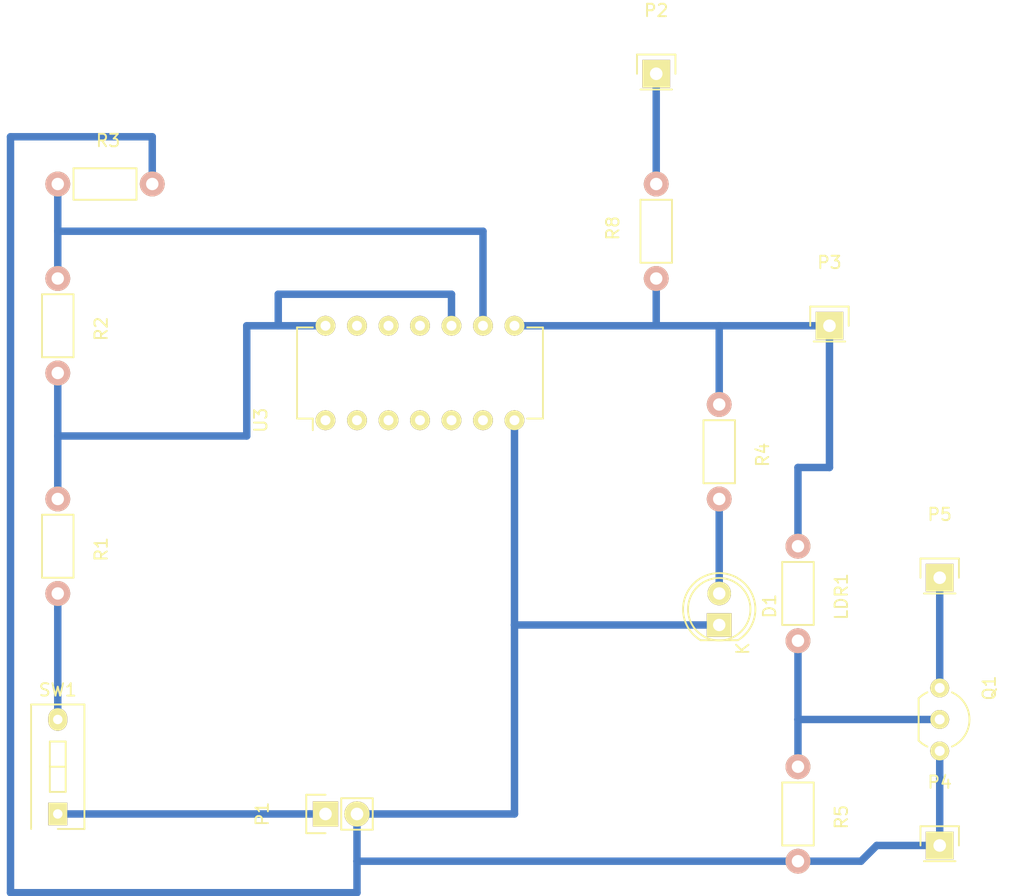
<source format=kicad_pcb>
(kicad_pcb (version 4) (host pcbnew 4.0.3-stable)

  (general
    (links 15)
    (no_connects 0)
    (area 0 0 0 0)
    (thickness 1.6)
    (drawings 0)
    (tracks 50)
    (zones 0)
    (modules 16)
    (nets 11)
  )

  (page A4)
  (layers
    (0 F.Cu signal)
    (31 B.Cu signal)
    (32 B.Adhes user)
    (33 F.Adhes user)
    (34 B.Paste user)
    (35 F.Paste user)
    (36 B.SilkS user)
    (37 F.SilkS user)
    (38 B.Mask user)
    (39 F.Mask user)
    (40 Dwgs.User user)
    (41 Cmts.User user)
    (42 Eco1.User user)
    (43 Eco2.User user)
    (44 Edge.Cuts user)
    (45 Margin user)
    (46 B.CrtYd user)
    (47 F.CrtYd user)
    (48 B.Fab user)
    (49 F.Fab user)
  )

  (setup
    (last_trace_width 0.6)
    (trace_clearance 0.3)
    (zone_clearance 0.508)
    (zone_45_only no)
    (trace_min 0.3)
    (segment_width 0.2)
    (edge_width 0.15)
    (via_size 0.6)
    (via_drill 0.4)
    (via_min_size 0.4)
    (via_min_drill 0.3)
    (uvia_size 0.3)
    (uvia_drill 0.1)
    (uvias_allowed no)
    (uvia_min_size 0.2)
    (uvia_min_drill 0.1)
    (pcb_text_width 0.3)
    (pcb_text_size 1.5 1.5)
    (mod_edge_width 0.15)
    (mod_text_size 1 1)
    (mod_text_width 0.15)
    (pad_size 1.524 1.524)
    (pad_drill 0.762)
    (pad_to_mask_clearance 0.2)
    (aux_axis_origin 0 0)
    (visible_elements FFFFF77F)
    (pcbplotparams
      (layerselection 0x00030_80000001)
      (usegerberextensions false)
      (excludeedgelayer true)
      (linewidth 0.100000)
      (plotframeref false)
      (viasonmask false)
      (mode 1)
      (useauxorigin false)
      (hpglpennumber 1)
      (hpglpenspeed 20)
      (hpglpendiameter 15)
      (hpglpenoverlay 2)
      (psnegative false)
      (psa4output false)
      (plotreference true)
      (plotvalue true)
      (plotinvisibletext false)
      (padsonsilk false)
      (subtractmaskfromsilk false)
      (outputformat 1)
      (mirror false)
      (drillshape 1)
      (scaleselection 1)
      (outputdirectory ""))
  )

  (net 0 "")
  (net 1 "Net-(D1-Pad1)")
  (net 2 "Net-(D1-Pad2)")
  (net 3 "Net-(LDR1-Pad1)")
  (net 4 "Net-(LDR1-Pad2)")
  (net 5 "Net-(P1-Pad1)")
  (net 6 "Net-(P2-Pad1)")
  (net 7 "Net-(P5-Pad1)")
  (net 8 "Net-(R1-Pad1)")
  (net 9 "Net-(R1-Pad2)")
  (net 10 "Net-(R2-Pad1)")

  (net_class Default "This is the default net class."
    (clearance 0.3)
    (trace_width 0.6)
    (via_dia 0.6)
    (via_drill 0.4)
    (uvia_dia 0.3)
    (uvia_drill 0.1)
    (add_net "Net-(D1-Pad1)")
    (add_net "Net-(D1-Pad2)")
    (add_net "Net-(LDR1-Pad1)")
    (add_net "Net-(LDR1-Pad2)")
    (add_net "Net-(P1-Pad1)")
    (add_net "Net-(P2-Pad1)")
    (add_net "Net-(P5-Pad1)")
    (add_net "Net-(R1-Pad1)")
    (add_net "Net-(R1-Pad2)")
    (add_net "Net-(R2-Pad1)")
  )

  (module LEDs:LED-5MM (layer F.Cu) (tedit 5570F7EA) (tstamp 57E6A851)
    (at 113.03 80.01 90)
    (descr "LED 5mm round vertical")
    (tags "LED 5mm round vertical")
    (path /57E5BB34)
    (fp_text reference D1 (at 1.524 4.064 90) (layer F.SilkS)
      (effects (font (size 1 1) (thickness 0.15)))
    )
    (fp_text value LED (at 1.524 -3.937 90) (layer F.Fab)
      (effects (font (size 1 1) (thickness 0.15)))
    )
    (fp_line (start -1.5 -1.55) (end -1.5 1.55) (layer F.CrtYd) (width 0.05))
    (fp_arc (start 1.3 0) (end -1.5 1.55) (angle -302) (layer F.CrtYd) (width 0.05))
    (fp_arc (start 1.27 0) (end -1.23 -1.5) (angle 297.5) (layer F.SilkS) (width 0.15))
    (fp_line (start -1.23 1.5) (end -1.23 -1.5) (layer F.SilkS) (width 0.15))
    (fp_circle (center 1.27 0) (end 0.97 -2.5) (layer F.SilkS) (width 0.15))
    (fp_text user K (at -1.905 1.905 90) (layer F.SilkS)
      (effects (font (size 1 1) (thickness 0.15)))
    )
    (pad 1 thru_hole rect (at 0 0 180) (size 2 1.9) (drill 1.00076) (layers *.Cu *.Mask F.SilkS)
      (net 1 "Net-(D1-Pad1)"))
    (pad 2 thru_hole circle (at 2.54 0 90) (size 1.9 1.9) (drill 1.00076) (layers *.Cu *.Mask F.SilkS)
      (net 2 "Net-(D1-Pad2)"))
    (model LEDs.3dshapes/LED-5MM.wrl
      (at (xyz 0.05 0 0))
      (scale (xyz 1 1 1))
      (rotate (xyz 0 0 90))
    )
  )

  (module Resistors_ThroughHole:Resistor_Horizontal_RM7mm (layer F.Cu) (tedit 569FCF07) (tstamp 57E6A857)
    (at 119.38 73.66 270)
    (descr "Resistor, Axial,  RM 7.62mm, 1/3W,")
    (tags "Resistor Axial RM 7.62mm 1/3W R3")
    (path /57E5BF60)
    (fp_text reference LDR1 (at 4.05892 -3.50012 270) (layer F.SilkS)
      (effects (font (size 1 1) (thickness 0.15)))
    )
    (fp_text value LDR (at 3.81 3.81 270) (layer F.Fab)
      (effects (font (size 1 1) (thickness 0.15)))
    )
    (fp_line (start -1.25 -1.5) (end 8.85 -1.5) (layer F.CrtYd) (width 0.05))
    (fp_line (start -1.25 1.5) (end -1.25 -1.5) (layer F.CrtYd) (width 0.05))
    (fp_line (start 8.85 -1.5) (end 8.85 1.5) (layer F.CrtYd) (width 0.05))
    (fp_line (start -1.25 1.5) (end 8.85 1.5) (layer F.CrtYd) (width 0.05))
    (fp_line (start 1.27 -1.27) (end 6.35 -1.27) (layer F.SilkS) (width 0.15))
    (fp_line (start 6.35 -1.27) (end 6.35 1.27) (layer F.SilkS) (width 0.15))
    (fp_line (start 6.35 1.27) (end 1.27 1.27) (layer F.SilkS) (width 0.15))
    (fp_line (start 1.27 1.27) (end 1.27 -1.27) (layer F.SilkS) (width 0.15))
    (pad 1 thru_hole circle (at 0 0 270) (size 1.99898 1.99898) (drill 1.00076) (layers *.Cu *.SilkS *.Mask)
      (net 3 "Net-(LDR1-Pad1)"))
    (pad 2 thru_hole circle (at 7.62 0 270) (size 1.99898 1.99898) (drill 1.00076) (layers *.Cu *.SilkS *.Mask)
      (net 4 "Net-(LDR1-Pad2)"))
  )

  (module Pin_Headers:Pin_Header_Straight_1x02 (layer F.Cu) (tedit 54EA090C) (tstamp 57E6A85D)
    (at 81.28 95.25 90)
    (descr "Through hole pin header")
    (tags "pin header")
    (path /57E66203)
    (fp_text reference P1 (at 0 -5.1 90) (layer F.SilkS)
      (effects (font (size 1 1) (thickness 0.15)))
    )
    (fp_text value "Battery 9V" (at 0 -3.1 90) (layer F.Fab)
      (effects (font (size 1 1) (thickness 0.15)))
    )
    (fp_line (start 1.27 1.27) (end 1.27 3.81) (layer F.SilkS) (width 0.15))
    (fp_line (start 1.55 -1.55) (end 1.55 0) (layer F.SilkS) (width 0.15))
    (fp_line (start -1.75 -1.75) (end -1.75 4.3) (layer F.CrtYd) (width 0.05))
    (fp_line (start 1.75 -1.75) (end 1.75 4.3) (layer F.CrtYd) (width 0.05))
    (fp_line (start -1.75 -1.75) (end 1.75 -1.75) (layer F.CrtYd) (width 0.05))
    (fp_line (start -1.75 4.3) (end 1.75 4.3) (layer F.CrtYd) (width 0.05))
    (fp_line (start 1.27 1.27) (end -1.27 1.27) (layer F.SilkS) (width 0.15))
    (fp_line (start -1.55 0) (end -1.55 -1.55) (layer F.SilkS) (width 0.15))
    (fp_line (start -1.55 -1.55) (end 1.55 -1.55) (layer F.SilkS) (width 0.15))
    (fp_line (start -1.27 1.27) (end -1.27 3.81) (layer F.SilkS) (width 0.15))
    (fp_line (start -1.27 3.81) (end 1.27 3.81) (layer F.SilkS) (width 0.15))
    (pad 1 thru_hole rect (at 0 0 90) (size 2.032 2.032) (drill 1.016) (layers *.Cu *.Mask F.SilkS)
      (net 5 "Net-(P1-Pad1)"))
    (pad 2 thru_hole oval (at 0 2.54 90) (size 2.032 2.032) (drill 1.016) (layers *.Cu *.Mask F.SilkS)
      (net 1 "Net-(D1-Pad1)"))
    (model Pin_Headers.3dshapes/Pin_Header_Straight_1x02.wrl
      (at (xyz 0 -0.05 0))
      (scale (xyz 1 1 1))
      (rotate (xyz 0 0 90))
    )
  )

  (module Pin_Headers:Pin_Header_Straight_1x01 (layer F.Cu) (tedit 54EA08DC) (tstamp 57E6A862)
    (at 107.95 35.56)
    (descr "Through hole pin header")
    (tags "pin header")
    (path /57E66524)
    (fp_text reference P2 (at 0 -5.1) (layer F.SilkS)
      (effects (font (size 1 1) (thickness 0.15)))
    )
    (fp_text value ESP (at 0 -3.1) (layer F.Fab)
      (effects (font (size 1 1) (thickness 0.15)))
    )
    (fp_line (start 1.55 -1.55) (end 1.55 0) (layer F.SilkS) (width 0.15))
    (fp_line (start -1.75 -1.75) (end -1.75 1.75) (layer F.CrtYd) (width 0.05))
    (fp_line (start 1.75 -1.75) (end 1.75 1.75) (layer F.CrtYd) (width 0.05))
    (fp_line (start -1.75 -1.75) (end 1.75 -1.75) (layer F.CrtYd) (width 0.05))
    (fp_line (start -1.75 1.75) (end 1.75 1.75) (layer F.CrtYd) (width 0.05))
    (fp_line (start -1.55 0) (end -1.55 -1.55) (layer F.SilkS) (width 0.15))
    (fp_line (start -1.55 -1.55) (end 1.55 -1.55) (layer F.SilkS) (width 0.15))
    (fp_line (start -1.27 1.27) (end 1.27 1.27) (layer F.SilkS) (width 0.15))
    (pad 1 thru_hole rect (at 0 0) (size 2.2352 2.2352) (drill 1.016) (layers *.Cu *.Mask F.SilkS)
      (net 6 "Net-(P2-Pad1)"))
    (model Pin_Headers.3dshapes/Pin_Header_Straight_1x01.wrl
      (at (xyz 0 0 0))
      (scale (xyz 1 1 1))
      (rotate (xyz 0 0 90))
    )
  )

  (module Pin_Headers:Pin_Header_Straight_1x01 (layer F.Cu) (tedit 54EA08DC) (tstamp 57E6A867)
    (at 121.92 55.88)
    (descr "Through hole pin header")
    (tags "pin header")
    (path /57E6BF8C)
    (fp_text reference P3 (at 0 -5.1) (layer F.SilkS)
      (effects (font (size 1 1) (thickness 0.15)))
    )
    (fp_text value "1 - CONN_01X01" (at 0 -3.1) (layer F.Fab)
      (effects (font (size 1 1) (thickness 0.15)))
    )
    (fp_line (start 1.55 -1.55) (end 1.55 0) (layer F.SilkS) (width 0.15))
    (fp_line (start -1.75 -1.75) (end -1.75 1.75) (layer F.CrtYd) (width 0.05))
    (fp_line (start 1.75 -1.75) (end 1.75 1.75) (layer F.CrtYd) (width 0.05))
    (fp_line (start -1.75 -1.75) (end 1.75 -1.75) (layer F.CrtYd) (width 0.05))
    (fp_line (start -1.75 1.75) (end 1.75 1.75) (layer F.CrtYd) (width 0.05))
    (fp_line (start -1.55 0) (end -1.55 -1.55) (layer F.SilkS) (width 0.15))
    (fp_line (start -1.55 -1.55) (end 1.55 -1.55) (layer F.SilkS) (width 0.15))
    (fp_line (start -1.27 1.27) (end 1.27 1.27) (layer F.SilkS) (width 0.15))
    (pad 1 thru_hole rect (at 0 0) (size 2.2352 2.2352) (drill 1.016) (layers *.Cu *.Mask F.SilkS)
      (net 3 "Net-(LDR1-Pad1)"))
    (model Pin_Headers.3dshapes/Pin_Header_Straight_1x01.wrl
      (at (xyz 0 0 0))
      (scale (xyz 1 1 1))
      (rotate (xyz 0 0 90))
    )
  )

  (module Pin_Headers:Pin_Header_Straight_1x01 (layer F.Cu) (tedit 54EA08DC) (tstamp 57E6A86C)
    (at 130.81 97.79)
    (descr "Through hole pin header")
    (tags "pin header")
    (path /57E6C092)
    (fp_text reference P4 (at 0 -5.1) (layer F.SilkS)
      (effects (font (size 1 1) (thickness 0.15)))
    )
    (fp_text value "3 - CONN_01X01" (at 0 -3.1) (layer F.Fab)
      (effects (font (size 1 1) (thickness 0.15)))
    )
    (fp_line (start 1.55 -1.55) (end 1.55 0) (layer F.SilkS) (width 0.15))
    (fp_line (start -1.75 -1.75) (end -1.75 1.75) (layer F.CrtYd) (width 0.05))
    (fp_line (start 1.75 -1.75) (end 1.75 1.75) (layer F.CrtYd) (width 0.05))
    (fp_line (start -1.75 -1.75) (end 1.75 -1.75) (layer F.CrtYd) (width 0.05))
    (fp_line (start -1.75 1.75) (end 1.75 1.75) (layer F.CrtYd) (width 0.05))
    (fp_line (start -1.55 0) (end -1.55 -1.55) (layer F.SilkS) (width 0.15))
    (fp_line (start -1.55 -1.55) (end 1.55 -1.55) (layer F.SilkS) (width 0.15))
    (fp_line (start -1.27 1.27) (end 1.27 1.27) (layer F.SilkS) (width 0.15))
    (pad 1 thru_hole rect (at 0 0) (size 2.2352 2.2352) (drill 1.016) (layers *.Cu *.Mask F.SilkS)
      (net 1 "Net-(D1-Pad1)"))
    (model Pin_Headers.3dshapes/Pin_Header_Straight_1x01.wrl
      (at (xyz 0 0 0))
      (scale (xyz 1 1 1))
      (rotate (xyz 0 0 90))
    )
  )

  (module Pin_Headers:Pin_Header_Straight_1x01 (layer F.Cu) (tedit 54EA08DC) (tstamp 57E6A871)
    (at 130.81 76.2)
    (descr "Through hole pin header")
    (tags "pin header")
    (path /57E6C01B)
    (fp_text reference P5 (at 0 -5.1) (layer F.SilkS)
      (effects (font (size 1 1) (thickness 0.15)))
    )
    (fp_text value "2 - CONN_01X01" (at 0 -3.1) (layer F.Fab)
      (effects (font (size 1 1) (thickness 0.15)))
    )
    (fp_line (start 1.55 -1.55) (end 1.55 0) (layer F.SilkS) (width 0.15))
    (fp_line (start -1.75 -1.75) (end -1.75 1.75) (layer F.CrtYd) (width 0.05))
    (fp_line (start 1.75 -1.75) (end 1.75 1.75) (layer F.CrtYd) (width 0.05))
    (fp_line (start -1.75 -1.75) (end 1.75 -1.75) (layer F.CrtYd) (width 0.05))
    (fp_line (start -1.75 1.75) (end 1.75 1.75) (layer F.CrtYd) (width 0.05))
    (fp_line (start -1.55 0) (end -1.55 -1.55) (layer F.SilkS) (width 0.15))
    (fp_line (start -1.55 -1.55) (end 1.55 -1.55) (layer F.SilkS) (width 0.15))
    (fp_line (start -1.27 1.27) (end 1.27 1.27) (layer F.SilkS) (width 0.15))
    (pad 1 thru_hole rect (at 0 0) (size 2.2352 2.2352) (drill 1.016) (layers *.Cu *.Mask F.SilkS)
      (net 7 "Net-(P5-Pad1)"))
    (model Pin_Headers.3dshapes/Pin_Header_Straight_1x01.wrl
      (at (xyz 0 0 0))
      (scale (xyz 1 1 1))
      (rotate (xyz 0 0 90))
    )
  )

  (module TO_SOT_Packages_THT:TO-92_Inline_Wide (layer F.Cu) (tedit 54F242B4) (tstamp 57E6A878)
    (at 130.81 85.09 270)
    (descr "TO-92 leads in-line, wide, drill 0.8mm (see NXP sot054_po.pdf)")
    (tags "to-92 sc-43 sc-43a sot54 PA33 transistor")
    (path /57E5C043)
    (fp_text reference Q1 (at 0 -4 450) (layer F.SilkS)
      (effects (font (size 1 1) (thickness 0.15)))
    )
    (fp_text value "Transistor BC414C" (at 0 3 270) (layer F.Fab)
      (effects (font (size 1 1) (thickness 0.15)))
    )
    (fp_arc (start 2.54 0) (end 0.84 1.7) (angle 20.5) (layer F.SilkS) (width 0.15))
    (fp_arc (start 2.54 0) (end 4.24 1.7) (angle -20.5) (layer F.SilkS) (width 0.15))
    (fp_line (start -1 1.95) (end -1 -2.65) (layer F.CrtYd) (width 0.05))
    (fp_line (start -1 1.95) (end 6.1 1.95) (layer F.CrtYd) (width 0.05))
    (fp_line (start 0.84 1.7) (end 4.24 1.7) (layer F.SilkS) (width 0.15))
    (fp_arc (start 2.54 0) (end 2.54 -2.4) (angle -65.55604127) (layer F.SilkS) (width 0.15))
    (fp_arc (start 2.54 0) (end 2.54 -2.4) (angle 65.55604127) (layer F.SilkS) (width 0.15))
    (fp_line (start -1 -2.65) (end 6.1 -2.65) (layer F.CrtYd) (width 0.05))
    (fp_line (start 6.1 1.95) (end 6.1 -2.65) (layer F.CrtYd) (width 0.05))
    (pad 2 thru_hole circle (at 2.54 0) (size 1.524 1.524) (drill 0.8) (layers *.Cu *.Mask F.SilkS))
    (pad 3 thru_hole circle (at 5.08 0) (size 1.524 1.524) (drill 0.8) (layers *.Cu *.Mask F.SilkS)
      (net 1 "Net-(D1-Pad1)"))
    (pad 1 thru_hole circle (at 0 0) (size 1.524 1.524) (drill 0.8) (layers *.Cu *.Mask F.SilkS)
      (net 7 "Net-(P5-Pad1)"))
    (model TO_SOT_Packages_THT.3dshapes/TO-92_Inline_Wide.wrl
      (at (xyz 0.1 0 0))
      (scale (xyz 1 1 1))
      (rotate (xyz 0 0 -90))
    )
  )

  (module Resistors_ThroughHole:Resistor_Horizontal_RM7mm (layer F.Cu) (tedit 569FCF07) (tstamp 57E6A87E)
    (at 59.69 69.85 270)
    (descr "Resistor, Axial,  RM 7.62mm, 1/3W,")
    (tags "Resistor Axial RM 7.62mm 1/3W R3")
    (path /57E5B657)
    (fp_text reference R1 (at 4.05892 -3.50012 270) (layer F.SilkS)
      (effects (font (size 1 1) (thickness 0.15)))
    )
    (fp_text value R (at 3.81 3.81 270) (layer F.Fab)
      (effects (font (size 1 1) (thickness 0.15)))
    )
    (fp_line (start -1.25 -1.5) (end 8.85 -1.5) (layer F.CrtYd) (width 0.05))
    (fp_line (start -1.25 1.5) (end -1.25 -1.5) (layer F.CrtYd) (width 0.05))
    (fp_line (start 8.85 -1.5) (end 8.85 1.5) (layer F.CrtYd) (width 0.05))
    (fp_line (start -1.25 1.5) (end 8.85 1.5) (layer F.CrtYd) (width 0.05))
    (fp_line (start 1.27 -1.27) (end 6.35 -1.27) (layer F.SilkS) (width 0.15))
    (fp_line (start 6.35 -1.27) (end 6.35 1.27) (layer F.SilkS) (width 0.15))
    (fp_line (start 6.35 1.27) (end 1.27 1.27) (layer F.SilkS) (width 0.15))
    (fp_line (start 1.27 1.27) (end 1.27 -1.27) (layer F.SilkS) (width 0.15))
    (pad 1 thru_hole circle (at 0 0 270) (size 1.99898 1.99898) (drill 1.00076) (layers *.Cu *.SilkS *.Mask)
      (net 8 "Net-(R1-Pad1)"))
    (pad 2 thru_hole circle (at 7.62 0 270) (size 1.99898 1.99898) (drill 1.00076) (layers *.Cu *.SilkS *.Mask)
      (net 9 "Net-(R1-Pad2)"))
  )

  (module Resistors_ThroughHole:Resistor_Horizontal_RM7mm (layer F.Cu) (tedit 569FCF07) (tstamp 57E6A884)
    (at 59.69 52.07 270)
    (descr "Resistor, Axial,  RM 7.62mm, 1/3W,")
    (tags "Resistor Axial RM 7.62mm 1/3W R3")
    (path /57E5B738)
    (fp_text reference R2 (at 4.05892 -3.50012 270) (layer F.SilkS)
      (effects (font (size 1 1) (thickness 0.15)))
    )
    (fp_text value Reed (at 3.81 3.81 270) (layer F.Fab)
      (effects (font (size 1 1) (thickness 0.15)))
    )
    (fp_line (start -1.25 -1.5) (end 8.85 -1.5) (layer F.CrtYd) (width 0.05))
    (fp_line (start -1.25 1.5) (end -1.25 -1.5) (layer F.CrtYd) (width 0.05))
    (fp_line (start 8.85 -1.5) (end 8.85 1.5) (layer F.CrtYd) (width 0.05))
    (fp_line (start -1.25 1.5) (end 8.85 1.5) (layer F.CrtYd) (width 0.05))
    (fp_line (start 1.27 -1.27) (end 6.35 -1.27) (layer F.SilkS) (width 0.15))
    (fp_line (start 6.35 -1.27) (end 6.35 1.27) (layer F.SilkS) (width 0.15))
    (fp_line (start 6.35 1.27) (end 1.27 1.27) (layer F.SilkS) (width 0.15))
    (fp_line (start 1.27 1.27) (end 1.27 -1.27) (layer F.SilkS) (width 0.15))
    (pad 1 thru_hole circle (at 0 0 270) (size 1.99898 1.99898) (drill 1.00076) (layers *.Cu *.SilkS *.Mask)
      (net 10 "Net-(R2-Pad1)"))
    (pad 2 thru_hole circle (at 7.62 0 270) (size 1.99898 1.99898) (drill 1.00076) (layers *.Cu *.SilkS *.Mask)
      (net 8 "Net-(R1-Pad1)"))
  )

  (module Resistors_ThroughHole:Resistor_Horizontal_RM7mm (layer F.Cu) (tedit 569FCF07) (tstamp 57E6A88A)
    (at 59.69 44.45)
    (descr "Resistor, Axial,  RM 7.62mm, 1/3W,")
    (tags "Resistor Axial RM 7.62mm 1/3W R3")
    (path /57E5E0AE)
    (fp_text reference R3 (at 4.05892 -3.50012) (layer F.SilkS)
      (effects (font (size 1 1) (thickness 0.15)))
    )
    (fp_text value R (at 3.81 3.81) (layer F.Fab)
      (effects (font (size 1 1) (thickness 0.15)))
    )
    (fp_line (start -1.25 -1.5) (end 8.85 -1.5) (layer F.CrtYd) (width 0.05))
    (fp_line (start -1.25 1.5) (end -1.25 -1.5) (layer F.CrtYd) (width 0.05))
    (fp_line (start 8.85 -1.5) (end 8.85 1.5) (layer F.CrtYd) (width 0.05))
    (fp_line (start -1.25 1.5) (end 8.85 1.5) (layer F.CrtYd) (width 0.05))
    (fp_line (start 1.27 -1.27) (end 6.35 -1.27) (layer F.SilkS) (width 0.15))
    (fp_line (start 6.35 -1.27) (end 6.35 1.27) (layer F.SilkS) (width 0.15))
    (fp_line (start 6.35 1.27) (end 1.27 1.27) (layer F.SilkS) (width 0.15))
    (fp_line (start 1.27 1.27) (end 1.27 -1.27) (layer F.SilkS) (width 0.15))
    (pad 1 thru_hole circle (at 0 0) (size 1.99898 1.99898) (drill 1.00076) (layers *.Cu *.SilkS *.Mask)
      (net 10 "Net-(R2-Pad1)"))
    (pad 2 thru_hole circle (at 7.62 0) (size 1.99898 1.99898) (drill 1.00076) (layers *.Cu *.SilkS *.Mask)
      (net 1 "Net-(D1-Pad1)"))
  )

  (module Resistors_ThroughHole:Resistor_Horizontal_RM7mm (layer F.Cu) (tedit 569FCF07) (tstamp 57E6A890)
    (at 113.03 62.23 270)
    (descr "Resistor, Axial,  RM 7.62mm, 1/3W,")
    (tags "Resistor Axial RM 7.62mm 1/3W R3")
    (path /57E5BD8C)
    (fp_text reference R4 (at 4.05892 -3.50012 270) (layer F.SilkS)
      (effects (font (size 1 1) (thickness 0.15)))
    )
    (fp_text value R (at 3.81 3.81 270) (layer F.Fab)
      (effects (font (size 1 1) (thickness 0.15)))
    )
    (fp_line (start -1.25 -1.5) (end 8.85 -1.5) (layer F.CrtYd) (width 0.05))
    (fp_line (start -1.25 1.5) (end -1.25 -1.5) (layer F.CrtYd) (width 0.05))
    (fp_line (start 8.85 -1.5) (end 8.85 1.5) (layer F.CrtYd) (width 0.05))
    (fp_line (start -1.25 1.5) (end 8.85 1.5) (layer F.CrtYd) (width 0.05))
    (fp_line (start 1.27 -1.27) (end 6.35 -1.27) (layer F.SilkS) (width 0.15))
    (fp_line (start 6.35 -1.27) (end 6.35 1.27) (layer F.SilkS) (width 0.15))
    (fp_line (start 6.35 1.27) (end 1.27 1.27) (layer F.SilkS) (width 0.15))
    (fp_line (start 1.27 1.27) (end 1.27 -1.27) (layer F.SilkS) (width 0.15))
    (pad 1 thru_hole circle (at 0 0 270) (size 1.99898 1.99898) (drill 1.00076) (layers *.Cu *.SilkS *.Mask)
      (net 3 "Net-(LDR1-Pad1)"))
    (pad 2 thru_hole circle (at 7.62 0 270) (size 1.99898 1.99898) (drill 1.00076) (layers *.Cu *.SilkS *.Mask)
      (net 2 "Net-(D1-Pad2)"))
  )

  (module Resistors_ThroughHole:Resistor_Horizontal_RM7mm (layer F.Cu) (tedit 569FCF07) (tstamp 57E6A896)
    (at 119.38 91.44 270)
    (descr "Resistor, Axial,  RM 7.62mm, 1/3W,")
    (tags "Resistor Axial RM 7.62mm 1/3W R3")
    (path /57E5BE6B)
    (fp_text reference R5 (at 4.05892 -3.50012 270) (layer F.SilkS)
      (effects (font (size 1 1) (thickness 0.15)))
    )
    (fp_text value R (at 3.81 3.81 270) (layer F.Fab)
      (effects (font (size 1 1) (thickness 0.15)))
    )
    (fp_line (start -1.25 -1.5) (end 8.85 -1.5) (layer F.CrtYd) (width 0.05))
    (fp_line (start -1.25 1.5) (end -1.25 -1.5) (layer F.CrtYd) (width 0.05))
    (fp_line (start 8.85 -1.5) (end 8.85 1.5) (layer F.CrtYd) (width 0.05))
    (fp_line (start -1.25 1.5) (end 8.85 1.5) (layer F.CrtYd) (width 0.05))
    (fp_line (start 1.27 -1.27) (end 6.35 -1.27) (layer F.SilkS) (width 0.15))
    (fp_line (start 6.35 -1.27) (end 6.35 1.27) (layer F.SilkS) (width 0.15))
    (fp_line (start 6.35 1.27) (end 1.27 1.27) (layer F.SilkS) (width 0.15))
    (fp_line (start 1.27 1.27) (end 1.27 -1.27) (layer F.SilkS) (width 0.15))
    (pad 1 thru_hole circle (at 0 0 270) (size 1.99898 1.99898) (drill 1.00076) (layers *.Cu *.SilkS *.Mask)
      (net 4 "Net-(LDR1-Pad2)"))
    (pad 2 thru_hole circle (at 7.62 0 270) (size 1.99898 1.99898) (drill 1.00076) (layers *.Cu *.SilkS *.Mask)
      (net 1 "Net-(D1-Pad1)"))
  )

  (module Resistors_ThroughHole:Resistor_Horizontal_RM7mm (layer F.Cu) (tedit 569FCF07) (tstamp 57E6A89C)
    (at 107.95 52.07 90)
    (descr "Resistor, Axial,  RM 7.62mm, 1/3W,")
    (tags "Resistor Axial RM 7.62mm 1/3W R3")
    (path /57E687BB)
    (fp_text reference R8 (at 4.05892 -3.50012 90) (layer F.SilkS)
      (effects (font (size 1 1) (thickness 0.15)))
    )
    (fp_text value R (at 3.81 3.81 90) (layer F.Fab)
      (effects (font (size 1 1) (thickness 0.15)))
    )
    (fp_line (start -1.25 -1.5) (end 8.85 -1.5) (layer F.CrtYd) (width 0.05))
    (fp_line (start -1.25 1.5) (end -1.25 -1.5) (layer F.CrtYd) (width 0.05))
    (fp_line (start 8.85 -1.5) (end 8.85 1.5) (layer F.CrtYd) (width 0.05))
    (fp_line (start -1.25 1.5) (end 8.85 1.5) (layer F.CrtYd) (width 0.05))
    (fp_line (start 1.27 -1.27) (end 6.35 -1.27) (layer F.SilkS) (width 0.15))
    (fp_line (start 6.35 -1.27) (end 6.35 1.27) (layer F.SilkS) (width 0.15))
    (fp_line (start 6.35 1.27) (end 1.27 1.27) (layer F.SilkS) (width 0.15))
    (fp_line (start 1.27 1.27) (end 1.27 -1.27) (layer F.SilkS) (width 0.15))
    (pad 1 thru_hole circle (at 0 0 90) (size 1.99898 1.99898) (drill 1.00076) (layers *.Cu *.SilkS *.Mask))
    (pad 2 thru_hole circle (at 7.62 0 90) (size 1.99898 1.99898) (drill 1.00076) (layers *.Cu *.SilkS *.Mask)
      (net 6 "Net-(P2-Pad1)"))
  )

  (module Buttons_Switches_ThroughHole:SW_DIP_x1_Slide (layer F.Cu) (tedit 54C4BC96) (tstamp 57E6A8A2)
    (at 59.69 95.25)
    (descr "CTS Electrocomponents, Series 206/208")
    (path /57E64E18)
    (fp_text reference SW1 (at 0 -10) (layer F.SilkS)
      (effects (font (size 1 1) (thickness 0.15)))
    )
    (fp_text value "Switch Key" (at 0.5 2.4) (layer F.Fab)
      (effects (font (size 1 1) (thickness 0.15)))
    )
    (fp_line (start 2.5 1.55) (end -2.5 1.55) (layer F.CrtYd) (width 0.05))
    (fp_line (start -2.5 1.55) (end -2.5 -9.15) (layer F.CrtYd) (width 0.05))
    (fp_line (start -2.5 -9.15) (end 2.5 -9.15) (layer F.CrtYd) (width 0.05))
    (fp_line (start 2.5 -9.15) (end 2.5 1.55) (layer F.CrtYd) (width 0.05))
    (fp_line (start -2.15 -8.83) (end 2.15 -8.83) (layer F.SilkS) (width 0.15))
    (fp_line (start 0 1.21) (end 2.15 1.21) (layer F.SilkS) (width 0.15))
    (fp_line (start -2.15 -8.83) (end -2.15 1.21) (layer F.SilkS) (width 0.15))
    (fp_line (start 2.15 -8.83) (end 2.15 1.21) (layer F.SilkS) (width 0.15))
    (fp_line (start -0.64 -3.81) (end 0.64 -3.81) (layer F.SilkS) (width 0.15))
    (fp_line (start -0.64 -5.84) (end -0.64 -1.78) (layer F.SilkS) (width 0.15))
    (fp_line (start -0.64 -1.78) (end 0.64 -1.78) (layer F.SilkS) (width 0.15))
    (fp_line (start 0.64 -1.78) (end 0.64 -5.84) (layer F.SilkS) (width 0.15))
    (fp_line (start 0.64 -5.84) (end -0.64 -5.84) (layer F.SilkS) (width 0.15))
    (pad 1 thru_hole rect (at 0 0) (size 1.524 1.824) (drill 0.762) (layers *.Cu *.Mask F.SilkS)
      (net 5 "Net-(P1-Pad1)"))
    (pad 2 thru_hole oval (at 0 -7.62) (size 1.524 1.824) (drill 0.762) (layers *.Cu *.Mask F.SilkS)
      (net 9 "Net-(R1-Pad2)"))
    (model Buttons_Switches_ThroughHole.3dshapes/SW_DIP_x1_Slide.wrl
      (at (xyz 0 0 0))
      (scale (xyz 1 1 1))
      (rotate (xyz 0 0 0))
    )
  )

  (module Housings_DIP:DIP-14_W7.62mm (layer F.Cu) (tedit 54130A77) (tstamp 57E6A8B4)
    (at 81.28 63.5 90)
    (descr "14-lead dip package, row spacing 7.62 mm (300 mils)")
    (tags "dil dip 2.54 300")
    (path /57E67244)
    (fp_text reference U3 (at 0 -5.22 90) (layer F.SilkS)
      (effects (font (size 1 1) (thickness 0.15)))
    )
    (fp_text value "NAND 7400- TLC555" (at 0 -3.72 90) (layer F.Fab)
      (effects (font (size 1 1) (thickness 0.15)))
    )
    (fp_line (start -1.05 -2.45) (end -1.05 17.7) (layer F.CrtYd) (width 0.05))
    (fp_line (start 8.65 -2.45) (end 8.65 17.7) (layer F.CrtYd) (width 0.05))
    (fp_line (start -1.05 -2.45) (end 8.65 -2.45) (layer F.CrtYd) (width 0.05))
    (fp_line (start -1.05 17.7) (end 8.65 17.7) (layer F.CrtYd) (width 0.05))
    (fp_line (start 0.135 -2.295) (end 0.135 -1.025) (layer F.SilkS) (width 0.15))
    (fp_line (start 7.485 -2.295) (end 7.485 -1.025) (layer F.SilkS) (width 0.15))
    (fp_line (start 7.485 17.535) (end 7.485 16.265) (layer F.SilkS) (width 0.15))
    (fp_line (start 0.135 17.535) (end 0.135 16.265) (layer F.SilkS) (width 0.15))
    (fp_line (start 0.135 -2.295) (end 7.485 -2.295) (layer F.SilkS) (width 0.15))
    (fp_line (start 0.135 17.535) (end 7.485 17.535) (layer F.SilkS) (width 0.15))
    (fp_line (start 0.135 -1.025) (end -0.8 -1.025) (layer F.SilkS) (width 0.15))
    (pad 1 thru_hole oval (at 0 0 90) (size 1.6 1.6) (drill 0.8) (layers *.Cu *.Mask F.SilkS))
    (pad 2 thru_hole oval (at 0 2.54 90) (size 1.6 1.6) (drill 0.8) (layers *.Cu *.Mask F.SilkS))
    (pad 3 thru_hole oval (at 0 5.08 90) (size 1.6 1.6) (drill 0.8) (layers *.Cu *.Mask F.SilkS))
    (pad 4 thru_hole oval (at 0 7.62 90) (size 1.6 1.6) (drill 0.8) (layers *.Cu *.Mask F.SilkS))
    (pad 5 thru_hole oval (at 0 10.16 90) (size 1.6 1.6) (drill 0.8) (layers *.Cu *.Mask F.SilkS))
    (pad 6 thru_hole oval (at 0 12.7 90) (size 1.6 1.6) (drill 0.8) (layers *.Cu *.Mask F.SilkS))
    (pad 7 thru_hole oval (at 0 15.24 90) (size 1.6 1.6) (drill 0.8) (layers *.Cu *.Mask F.SilkS))
    (pad 8 thru_hole oval (at 7.62 15.24 90) (size 1.6 1.6) (drill 0.8) (layers *.Cu *.Mask F.SilkS))
    (pad 9 thru_hole oval (at 7.62 12.7 90) (size 1.6 1.6) (drill 0.8) (layers *.Cu *.Mask F.SilkS))
    (pad 10 thru_hole oval (at 7.62 10.16 90) (size 1.6 1.6) (drill 0.8) (layers *.Cu *.Mask F.SilkS))
    (pad 11 thru_hole oval (at 7.62 7.62 90) (size 1.6 1.6) (drill 0.8) (layers *.Cu *.Mask F.SilkS))
    (pad 12 thru_hole oval (at 7.62 5.08 90) (size 1.6 1.6) (drill 0.8) (layers *.Cu *.Mask F.SilkS))
    (pad 13 thru_hole oval (at 7.62 2.54 90) (size 1.6 1.6) (drill 0.8) (layers *.Cu *.Mask F.SilkS))
    (pad 14 thru_hole oval (at 7.62 0 90) (size 1.6 1.6) (drill 0.8) (layers *.Cu *.Mask F.SilkS))
    (model Housings_DIP.3dshapes/DIP-14_W7.62mm.wrl
      (at (xyz 0 0 0))
      (scale (xyz 1 1 1))
      (rotate (xyz 0 0 0))
    )
  )

  (segment (start 130.81 97.79) (end 125.73 97.79) (width 0.6) (layer B.Cu) (net 1) (status 400000))
  (segment (start 124.46 99.06) (end 119.38 99.06) (width 0.6) (layer B.Cu) (net 1) (tstamp 57E6ABC0) (status 800000))
  (segment (start 125.73 97.79) (end 124.46 99.06) (width 0.6) (layer B.Cu) (net 1) (tstamp 57E6ABBA))
  (segment (start 130.81 97.79) (end 130.81 90.17) (width 0.6) (layer B.Cu) (net 1) (status C00000))
  (segment (start 119.38 99.06) (end 83.82 99.06) (width 0.6) (layer B.Cu) (net 1))
  (segment (start 113.03 80.01) (end 96.52 80.01) (width 0.6) (layer B.Cu) (net 1))
  (segment (start 83.82 95.25) (end 96.52 95.25) (width 0.6) (layer B.Cu) (net 1))
  (segment (start 96.52 95.25) (end 96.52 80.01) (width 0.6) (layer B.Cu) (net 1) (tstamp 57E6AB40))
  (segment (start 96.52 80.01) (end 96.52 63.5) (width 0.6) (layer B.Cu) (net 1) (tstamp 57E6AB50))
  (segment (start 83.82 95.25) (end 83.82 96.52) (width 0.6) (layer B.Cu) (net 1))
  (segment (start 67.31 40.64) (end 55.88 40.64) (width 0.6) (layer B.Cu) (net 1) (tstamp 57E6AA15))
  (segment (start 55.88 40.64) (end 55.88 101.6) (width 0.6) (layer B.Cu) (net 1) (tstamp 57E6AA17))
  (segment (start 55.88 101.6) (end 83.82 101.6) (width 0.6) (layer B.Cu) (net 1) (tstamp 57E6AA19))
  (segment (start 83.82 101.6) (end 83.82 99.06) (width 0.6) (layer B.Cu) (net 1) (tstamp 57E6AA1D))
  (segment (start 83.82 99.06) (end 83.82 96.52) (width 0.6) (layer B.Cu) (net 1) (tstamp 57E6AB96))
  (segment (start 67.31 40.64) (end 67.31 44.45) (width 0.6) (layer B.Cu) (net 1))
  (segment (start 113.03 69.85) (end 113.03 77.47) (width 0.6) (layer B.Cu) (net 2))
  (segment (start 121.92 55.88) (end 121.92 67.31) (width 0.6) (layer B.Cu) (net 3))
  (segment (start 119.38 67.31) (end 119.38 73.66) (width 0.6) (layer B.Cu) (net 3) (tstamp 57E6AB7C))
  (segment (start 121.92 67.31) (end 119.38 67.31) (width 0.6) (layer B.Cu) (net 3) (tstamp 57E6AB7B))
  (segment (start 113.03 55.88) (end 113.03 62.23) (width 0.6) (layer B.Cu) (net 3))
  (segment (start 107.95 55.88) (end 113.03 55.88) (width 0.6) (layer B.Cu) (net 3))
  (segment (start 113.03 55.88) (end 121.92 55.88) (width 0.6) (layer B.Cu) (net 3) (tstamp 57E6AB17))
  (segment (start 96.52 55.88) (end 107.95 55.88) (width 0.6) (layer B.Cu) (net 3))
  (segment (start 107.95 55.88) (end 107.95 52.07) (width 0.6) (layer B.Cu) (net 3) (tstamp 57E6AADB))
  (segment (start 130.81 87.63) (end 119.38 87.63) (width 0.6) (layer B.Cu) (net 4))
  (segment (start 119.38 81.28) (end 119.38 87.63) (width 0.6) (layer B.Cu) (net 4))
  (segment (start 119.38 87.63) (end 119.38 91.44) (width 0.6) (layer B.Cu) (net 4) (tstamp 57E6AB9E))
  (segment (start 80.01 95.25) (end 81.28 95.25) (width 0.6) (layer B.Cu) (net 5))
  (segment (start 80.01 95.25) (end 59.69 95.25) (width 0.6) (layer B.Cu) (net 5) (tstamp 57E6AA33))
  (segment (start 107.95 36.83) (end 107.95 35.56) (width 0.6) (layer B.Cu) (net 6))
  (segment (start 107.95 44.45) (end 107.95 36.83) (width 0.6) (layer B.Cu) (net 6))
  (segment (start 130.81 85.09) (end 130.81 76.2) (width 0.6) (layer B.Cu) (net 7))
  (segment (start 77.47 55.88) (end 77.47 53.34) (width 0.6) (layer B.Cu) (net 8))
  (segment (start 91.44 53.34) (end 91.44 55.88) (width 0.6) (layer B.Cu) (net 8) (tstamp 57E6AAA8))
  (segment (start 77.47 53.34) (end 91.44 53.34) (width 0.6) (layer B.Cu) (net 8) (tstamp 57E6AAA7))
  (segment (start 59.69 64.77) (end 74.93 64.77) (width 0.6) (layer B.Cu) (net 8))
  (segment (start 74.93 55.88) (end 77.47 55.88) (width 0.6) (layer B.Cu) (net 8) (tstamp 57E6AA7E))
  (segment (start 77.47 55.88) (end 81.28 55.88) (width 0.6) (layer B.Cu) (net 8) (tstamp 57E6AAA5))
  (segment (start 74.93 64.77) (end 74.93 55.88) (width 0.6) (layer B.Cu) (net 8) (tstamp 57E6AA7D))
  (segment (start 59.69 68.58) (end 59.69 69.85) (width 0.6) (layer B.Cu) (net 8))
  (segment (start 59.69 68.58) (end 59.69 64.77) (width 0.6) (layer B.Cu) (net 8) (tstamp 57E6AA44))
  (segment (start 59.69 64.77) (end 59.69 59.69) (width 0.6) (layer B.Cu) (net 8) (tstamp 57E6AA7B))
  (segment (start 59.69 78.74) (end 59.69 77.47) (width 0.6) (layer B.Cu) (net 9))
  (segment (start 59.69 86.36) (end 59.69 87.63) (width 0.6) (layer B.Cu) (net 9))
  (segment (start 59.69 86.36) (end 59.69 78.74) (width 0.6) (layer B.Cu) (net 9) (tstamp 57E6AA39))
  (segment (start 59.69 48.26) (end 93.98 48.26) (width 0.6) (layer B.Cu) (net 10))
  (segment (start 93.98 48.26) (end 93.98 55.88) (width 0.6) (layer B.Cu) (net 10) (tstamp 57E6AAC7))
  (segment (start 59.69 52.07) (end 59.69 48.26) (width 0.6) (layer B.Cu) (net 10))
  (segment (start 59.69 48.26) (end 59.69 44.45) (width 0.6) (layer B.Cu) (net 10) (tstamp 57E6AAC5))

)

</source>
